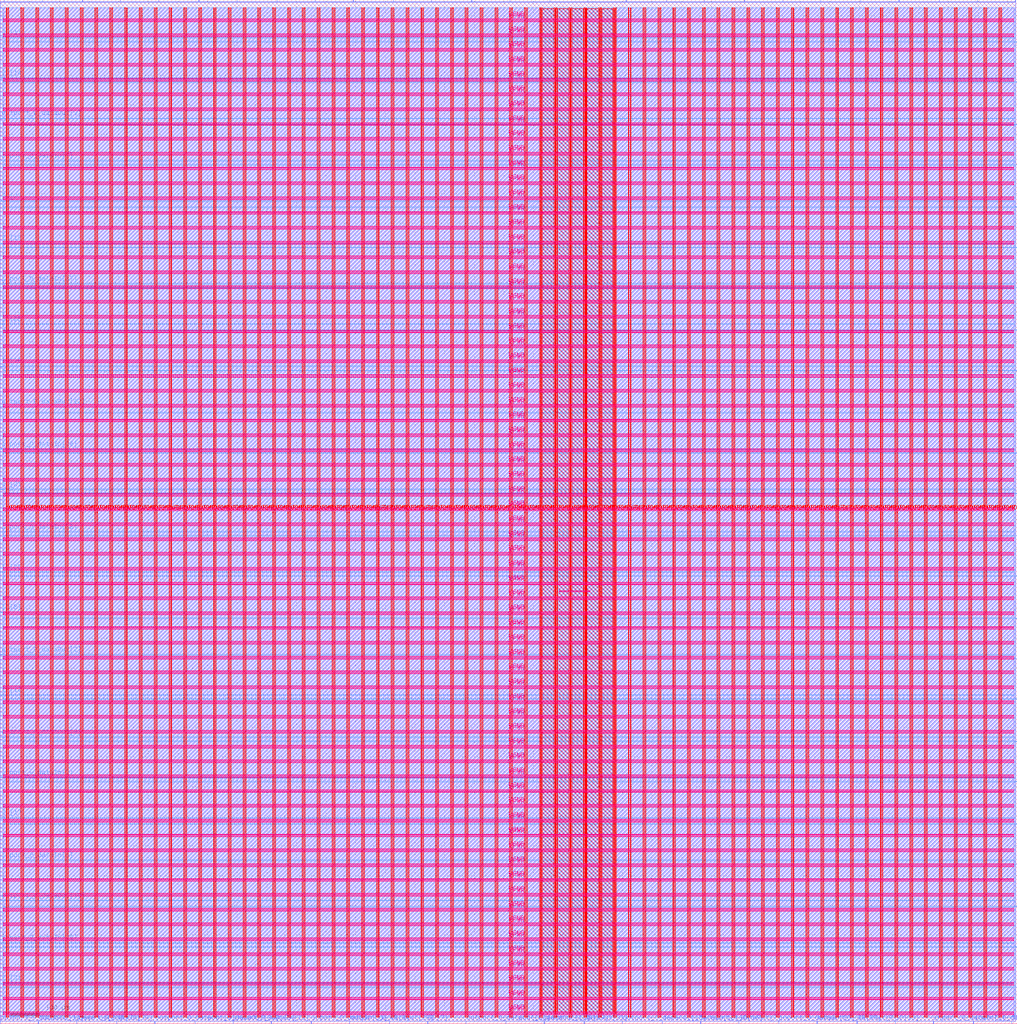
<source format=lef>
VERSION 5.7 ;
  NOWIREEXTENSIONATPIN ON ;
  DIVIDERCHAR "/" ;
  BUSBITCHARS "[]" ;
MACRO PEn
  CLASS BLOCK ;
  FOREIGN PEn ;
  ORIGIN 0.000 0.000 ;
  SIZE 1716.180 BY 1726.900 ;
  PIN CLK
    DIRECTION INPUT ;
    USE SIGNAL ;
    PORT
      LAYER met3 ;
        RECT 1712.180 268.640 1716.180 269.240 ;
    END
  END CLK
  PIN ID[0]
    DIRECTION INPUT ;
    USE SIGNAL ;
    PORT
      LAYER met3 ;
        RECT 1712.180 1448.440 1716.180 1449.040 ;
    END
  END ID[0]
  PIN ID[10]
    DIRECTION INPUT ;
    USE SIGNAL ;
    PORT
      LAYER met2 ;
        RECT 991.850 1722.900 992.130 1726.900 ;
    END
  END ID[10]
  PIN ID[11]
    DIRECTION INPUT ;
    USE SIGNAL ;
    PORT
      LAYER met3 ;
        RECT 1712.180 1655.840 1716.180 1656.440 ;
    END
  END ID[11]
  PIN ID[12]
    DIRECTION INPUT ;
    USE SIGNAL ;
    PORT
      LAYER met3 ;
        RECT 0.000 554.240 4.000 554.840 ;
    END
  END ID[12]
  PIN ID[13]
    DIRECTION INPUT ;
    USE SIGNAL ;
    PORT
      LAYER met2 ;
        RECT 1510.270 0.000 1510.550 4.000 ;
    END
  END ID[13]
  PIN ID[14]
    DIRECTION INPUT ;
    USE SIGNAL ;
    PORT
      LAYER met3 ;
        RECT 0.000 1594.640 4.000 1595.240 ;
    END
  END ID[14]
  PIN ID[15]
    DIRECTION INPUT ;
    USE SIGNAL ;
    PORT
      LAYER met2 ;
        RECT 1648.730 1722.900 1649.010 1726.900 ;
    END
  END ID[15]
  PIN ID[16]
    DIRECTION INPUT ;
    USE SIGNAL ;
    PORT
      LAYER met2 ;
        RECT 1246.230 0.000 1246.510 4.000 ;
    END
  END ID[16]
  PIN ID[17]
    DIRECTION INPUT ;
    USE SIGNAL ;
    PORT
      LAYER met3 ;
        RECT 0.000 346.840 4.000 347.440 ;
    END
  END ID[17]
  PIN ID[18]
    DIRECTION INPUT ;
    USE SIGNAL ;
    PORT
      LAYER met3 ;
        RECT 0.000 1315.840 4.000 1316.440 ;
    END
  END ID[18]
  PIN ID[19]
    DIRECTION INPUT ;
    USE SIGNAL ;
    PORT
      LAYER met2 ;
        RECT 457.330 0.000 457.610 4.000 ;
    END
  END ID[19]
  PIN ID[1]
    DIRECTION INPUT ;
    USE SIGNAL ;
    PORT
      LAYER met3 ;
        RECT 0.000 1662.640 4.000 1663.240 ;
    END
  END ID[1]
  PIN ID[20]
    DIRECTION INPUT ;
    USE SIGNAL ;
    PORT
      LAYER met2 ;
        RECT 196.510 0.000 196.790 4.000 ;
    END
  END ID[20]
  PIN ID[21]
    DIRECTION INPUT ;
    USE SIGNAL ;
    PORT
      LAYER met3 ;
        RECT 0.000 901.040 4.000 901.640 ;
    END
  END ID[21]
  PIN ID[22]
    DIRECTION INPUT ;
    USE SIGNAL ;
    PORT
      LAYER met3 ;
        RECT 0.000 761.640 4.000 762.240 ;
    END
  END ID[22]
  PIN ID[23]
    DIRECTION INPUT ;
    USE SIGNAL ;
    PORT
      LAYER met3 ;
        RECT 1712.180 1241.040 1716.180 1241.640 ;
    END
  END ID[23]
  PIN ID[24]
    DIRECTION INPUT ;
    USE SIGNAL ;
    PORT
      LAYER met2 ;
        RECT 795.430 1722.900 795.710 1726.900 ;
    END
  END ID[24]
  PIN ID[25]
    DIRECTION INPUT ;
    USE SIGNAL ;
    PORT
      LAYER met2 ;
        RECT 1445.870 0.000 1446.150 4.000 ;
    END
  END ID[25]
  PIN ID[26]
    DIRECTION INPUT ;
    USE SIGNAL ;
    PORT
      LAYER met3 ;
        RECT 0.000 1108.440 4.000 1109.040 ;
    END
  END ID[26]
  PIN ID[27]
    DIRECTION INPUT ;
    USE SIGNAL ;
    PORT
      LAYER met3 ;
        RECT 0.000 1387.240 4.000 1387.840 ;
    END
  END ID[27]
  PIN ID[28]
    DIRECTION INPUT ;
    USE SIGNAL ;
    PORT
      LAYER met3 ;
        RECT 0.000 1179.840 4.000 1180.440 ;
    END
  END ID[28]
  PIN ID[29]
    DIRECTION INPUT ;
    USE SIGNAL ;
    PORT
      LAYER met2 ;
        RECT 985.410 0.000 985.690 4.000 ;
    END
  END ID[29]
  PIN ID[2]
    DIRECTION INPUT ;
    USE SIGNAL ;
    PORT
      LAYER met2 ;
        RECT 656.970 0.000 657.250 4.000 ;
    END
  END ID[2]
  PIN ID[30]
    DIRECTION INPUT ;
    USE SIGNAL ;
    PORT
      LAYER met2 ;
        RECT 1706.690 0.000 1706.970 4.000 ;
    END
  END ID[30]
  PIN ID[31]
    DIRECTION INPUT ;
    USE SIGNAL ;
    PORT
      LAYER met3 ;
        RECT 0.000 68.040 4.000 68.640 ;
    END
  END ID[31]
  PIN ID[3]
    DIRECTION INPUT ;
    USE SIGNAL ;
    PORT
      LAYER met3 ;
        RECT 1712.180 894.240 1716.180 894.840 ;
    END
  END ID[3]
  PIN ID[4]
    DIRECTION INPUT ;
    USE SIGNAL ;
    PORT
      LAYER met2 ;
        RECT 1056.250 1722.900 1056.530 1726.900 ;
    END
  END ID[4]
  PIN ID[5]
    DIRECTION INPUT ;
    USE SIGNAL ;
    PORT
      LAYER met2 ;
        RECT 595.790 1722.900 596.070 1726.900 ;
    END
  END ID[5]
  PIN ID[6]
    DIRECTION INPUT ;
    USE SIGNAL ;
    PORT
      LAYER met3 ;
        RECT 1712.180 1587.840 1716.180 1588.440 ;
    END
  END ID[6]
  PIN ID[7]
    DIRECTION INPUT ;
    USE SIGNAL ;
    PORT
      LAYER met2 ;
        RECT 721.370 0.000 721.650 4.000 ;
    END
  END ID[7]
  PIN ID[8]
    DIRECTION INPUT ;
    USE SIGNAL ;
    PORT
      LAYER met3 ;
        RECT 0.000 693.640 4.000 694.240 ;
    END
  END ID[8]
  PIN ID[9]
    DIRECTION INPUT ;
    USE SIGNAL ;
    PORT
      LAYER met3 ;
        RECT 1712.180 1516.440 1716.180 1517.040 ;
    END
  END ID[9]
  PIN RST
    DIRECTION INPUT ;
    USE SIGNAL ;
    PORT
      LAYER met2 ;
        RECT 663.410 1722.900 663.690 1726.900 ;
    END
  END RST
  PIN VGND
    DIRECTION INOUT ;
    USE GROUND ;
    PORT
      LAYER met4 ;
        RECT 13.020 10.640 14.620 1713.840 ;
    END
    PORT
      LAYER met4 ;
        RECT 38.020 10.640 39.620 1713.840 ;
    END
    PORT
      LAYER met4 ;
        RECT 63.020 10.640 64.620 1713.840 ;
    END
    PORT
      LAYER met4 ;
        RECT 88.020 10.640 89.620 1713.840 ;
    END
    PORT
      LAYER met4 ;
        RECT 113.020 10.640 114.620 1713.840 ;
    END
    PORT
      LAYER met4 ;
        RECT 138.020 10.640 139.620 1713.840 ;
    END
    PORT
      LAYER met4 ;
        RECT 163.020 10.640 164.620 1713.840 ;
    END
    PORT
      LAYER met4 ;
        RECT 188.020 10.640 189.620 1713.840 ;
    END
    PORT
      LAYER met4 ;
        RECT 213.020 10.640 214.620 1713.840 ;
    END
    PORT
      LAYER met4 ;
        RECT 238.020 10.640 239.620 1713.840 ;
    END
    PORT
      LAYER met4 ;
        RECT 263.020 10.640 264.620 1713.840 ;
    END
    PORT
      LAYER met4 ;
        RECT 288.020 10.640 289.620 1713.840 ;
    END
    PORT
      LAYER met4 ;
        RECT 313.020 10.640 314.620 1713.840 ;
    END
    PORT
      LAYER met4 ;
        RECT 338.020 10.640 339.620 1713.840 ;
    END
    PORT
      LAYER met4 ;
        RECT 363.020 10.640 364.620 1713.840 ;
    END
    PORT
      LAYER met4 ;
        RECT 388.020 10.640 389.620 1713.840 ;
    END
    PORT
      LAYER met4 ;
        RECT 413.020 10.640 414.620 1713.840 ;
    END
    PORT
      LAYER met4 ;
        RECT 438.020 10.640 439.620 1713.840 ;
    END
    PORT
      LAYER met4 ;
        RECT 463.020 10.640 464.620 1713.840 ;
    END
    PORT
      LAYER met4 ;
        RECT 488.020 10.640 489.620 1713.840 ;
    END
    PORT
      LAYER met4 ;
        RECT 513.020 10.640 514.620 1713.840 ;
    END
    PORT
      LAYER met4 ;
        RECT 538.020 10.640 539.620 1713.840 ;
    END
    PORT
      LAYER met4 ;
        RECT 563.020 10.640 564.620 1713.840 ;
    END
    PORT
      LAYER met4 ;
        RECT 588.020 10.640 589.620 1713.840 ;
    END
    PORT
      LAYER met4 ;
        RECT 613.020 10.640 614.620 1713.840 ;
    END
    PORT
      LAYER met4 ;
        RECT 638.020 10.640 639.620 1713.840 ;
    END
    PORT
      LAYER met4 ;
        RECT 663.020 10.640 664.620 1713.840 ;
    END
    PORT
      LAYER met4 ;
        RECT 688.020 10.640 689.620 1713.840 ;
    END
    PORT
      LAYER met4 ;
        RECT 713.020 10.640 714.620 1713.840 ;
    END
    PORT
      LAYER met4 ;
        RECT 738.020 10.640 739.620 1713.840 ;
    END
    PORT
      LAYER met4 ;
        RECT 763.020 10.640 764.620 1713.840 ;
    END
    PORT
      LAYER met4 ;
        RECT 788.020 10.640 789.620 1713.840 ;
    END
    PORT
      LAYER met4 ;
        RECT 813.020 10.640 814.620 1713.840 ;
    END
    PORT
      LAYER met4 ;
        RECT 838.020 10.640 839.620 1713.840 ;
    END
    PORT
      LAYER met4 ;
        RECT 863.020 10.640 864.620 1713.840 ;
    END
    PORT
      LAYER met4 ;
        RECT 888.020 10.640 889.620 1713.840 ;
    END
    PORT
      LAYER met4 ;
        RECT 913.020 10.640 914.620 1713.840 ;
    END
    PORT
      LAYER met4 ;
        RECT 938.020 10.640 939.620 1713.840 ;
    END
    PORT
      LAYER met4 ;
        RECT 963.020 10.640 964.620 1713.840 ;
    END
    PORT
      LAYER met4 ;
        RECT 988.020 10.640 989.620 1713.840 ;
    END
    PORT
      LAYER met4 ;
        RECT 1013.020 10.640 1014.620 1713.840 ;
    END
    PORT
      LAYER met4 ;
        RECT 1038.020 10.640 1039.620 1713.840 ;
    END
    PORT
      LAYER met4 ;
        RECT 1063.020 10.640 1064.620 1713.840 ;
    END
    PORT
      LAYER met4 ;
        RECT 1088.020 10.640 1089.620 1713.840 ;
    END
    PORT
      LAYER met4 ;
        RECT 1113.020 10.640 1114.620 1713.840 ;
    END
    PORT
      LAYER met4 ;
        RECT 1138.020 10.640 1139.620 1713.840 ;
    END
    PORT
      LAYER met4 ;
        RECT 1163.020 10.640 1164.620 1713.840 ;
    END
    PORT
      LAYER met4 ;
        RECT 1188.020 10.640 1189.620 1713.840 ;
    END
    PORT
      LAYER met4 ;
        RECT 1213.020 10.640 1214.620 1713.840 ;
    END
    PORT
      LAYER met4 ;
        RECT 1238.020 10.640 1239.620 1713.840 ;
    END
    PORT
      LAYER met4 ;
        RECT 1263.020 10.640 1264.620 1713.840 ;
    END
    PORT
      LAYER met4 ;
        RECT 1288.020 10.640 1289.620 1713.840 ;
    END
    PORT
      LAYER met4 ;
        RECT 1313.020 10.640 1314.620 1713.840 ;
    END
    PORT
      LAYER met4 ;
        RECT 1338.020 10.640 1339.620 1713.840 ;
    END
    PORT
      LAYER met4 ;
        RECT 1363.020 10.640 1364.620 1713.840 ;
    END
    PORT
      LAYER met4 ;
        RECT 1388.020 10.640 1389.620 1713.840 ;
    END
    PORT
      LAYER met4 ;
        RECT 1413.020 10.640 1414.620 1713.840 ;
    END
    PORT
      LAYER met4 ;
        RECT 1438.020 10.640 1439.620 1713.840 ;
    END
    PORT
      LAYER met4 ;
        RECT 1463.020 10.640 1464.620 1713.840 ;
    END
    PORT
      LAYER met4 ;
        RECT 1488.020 10.640 1489.620 1713.840 ;
    END
    PORT
      LAYER met4 ;
        RECT 1513.020 10.640 1514.620 1713.840 ;
    END
    PORT
      LAYER met4 ;
        RECT 1538.020 10.640 1539.620 1713.840 ;
    END
    PORT
      LAYER met4 ;
        RECT 1563.020 10.640 1564.620 1713.840 ;
    END
    PORT
      LAYER met4 ;
        RECT 1588.020 10.640 1589.620 1713.840 ;
    END
    PORT
      LAYER met4 ;
        RECT 1613.020 10.640 1614.620 1713.840 ;
    END
    PORT
      LAYER met4 ;
        RECT 1638.020 10.640 1639.620 1713.840 ;
    END
    PORT
      LAYER met4 ;
        RECT 1663.020 10.640 1664.620 1713.840 ;
    END
    PORT
      LAYER met4 ;
        RECT 1688.020 10.640 1689.620 1713.840 ;
    END
    PORT
      LAYER met5 ;
        RECT 5.280 18.380 1710.520 19.980 ;
    END
    PORT
      LAYER met5 ;
        RECT 5.280 43.380 1710.520 44.980 ;
    END
    PORT
      LAYER met5 ;
        RECT 5.280 68.380 1710.520 69.980 ;
    END
    PORT
      LAYER met5 ;
        RECT 5.280 93.380 1710.520 94.980 ;
    END
    PORT
      LAYER met5 ;
        RECT 5.280 118.380 1710.520 119.980 ;
    END
    PORT
      LAYER met5 ;
        RECT 5.280 143.380 1710.520 144.980 ;
    END
    PORT
      LAYER met5 ;
        RECT 5.280 168.380 1710.520 169.980 ;
    END
    PORT
      LAYER met5 ;
        RECT 5.280 193.380 1710.520 194.980 ;
    END
    PORT
      LAYER met5 ;
        RECT 5.280 218.380 1710.520 219.980 ;
    END
    PORT
      LAYER met5 ;
        RECT 5.280 243.380 1710.520 244.980 ;
    END
    PORT
      LAYER met5 ;
        RECT 5.280 268.380 1710.520 269.980 ;
    END
    PORT
      LAYER met5 ;
        RECT 5.280 293.380 1710.520 294.980 ;
    END
    PORT
      LAYER met5 ;
        RECT 5.280 318.380 1710.520 319.980 ;
    END
    PORT
      LAYER met5 ;
        RECT 5.280 343.380 1710.520 344.980 ;
    END
    PORT
      LAYER met5 ;
        RECT 5.280 368.380 1710.520 369.980 ;
    END
    PORT
      LAYER met5 ;
        RECT 5.280 393.380 1710.520 394.980 ;
    END
    PORT
      LAYER met5 ;
        RECT 5.280 418.380 1710.520 419.980 ;
    END
    PORT
      LAYER met5 ;
        RECT 5.280 443.380 1710.520 444.980 ;
    END
    PORT
      LAYER met5 ;
        RECT 5.280 468.380 1710.520 469.980 ;
    END
    PORT
      LAYER met5 ;
        RECT 5.280 493.380 1710.520 494.980 ;
    END
    PORT
      LAYER met5 ;
        RECT 5.280 518.380 1710.520 519.980 ;
    END
    PORT
      LAYER met5 ;
        RECT 5.280 543.380 1710.520 544.980 ;
    END
    PORT
      LAYER met5 ;
        RECT 5.280 568.380 1710.520 569.980 ;
    END
    PORT
      LAYER met5 ;
        RECT 5.280 593.380 1710.520 594.980 ;
    END
    PORT
      LAYER met5 ;
        RECT 5.280 618.380 1710.520 619.980 ;
    END
    PORT
      LAYER met5 ;
        RECT 5.280 643.380 1710.520 644.980 ;
    END
    PORT
      LAYER met5 ;
        RECT 5.280 668.380 1710.520 669.980 ;
    END
    PORT
      LAYER met5 ;
        RECT 5.280 693.380 1710.520 694.980 ;
    END
    PORT
      LAYER met5 ;
        RECT 5.280 718.380 1710.520 719.980 ;
    END
    PORT
      LAYER met5 ;
        RECT 5.280 743.380 1710.520 744.980 ;
    END
    PORT
      LAYER met5 ;
        RECT 5.280 768.380 1710.520 769.980 ;
    END
    PORT
      LAYER met5 ;
        RECT 5.280 793.380 1710.520 794.980 ;
    END
    PORT
      LAYER met5 ;
        RECT 5.280 818.380 1710.520 819.980 ;
    END
    PORT
      LAYER met5 ;
        RECT 5.280 843.380 1710.520 844.980 ;
    END
    PORT
      LAYER met5 ;
        RECT 5.280 868.380 1710.520 869.980 ;
    END
    PORT
      LAYER met5 ;
        RECT 5.280 893.380 1710.520 894.980 ;
    END
    PORT
      LAYER met5 ;
        RECT 5.280 918.380 1710.520 919.980 ;
    END
    PORT
      LAYER met5 ;
        RECT 5.280 943.380 1710.520 944.980 ;
    END
    PORT
      LAYER met5 ;
        RECT 5.280 968.380 1710.520 969.980 ;
    END
    PORT
      LAYER met5 ;
        RECT 5.280 993.380 1710.520 994.980 ;
    END
    PORT
      LAYER met5 ;
        RECT 5.280 1018.380 1710.520 1019.980 ;
    END
    PORT
      LAYER met5 ;
        RECT 5.280 1043.380 1710.520 1044.980 ;
    END
    PORT
      LAYER met5 ;
        RECT 5.280 1068.380 1710.520 1069.980 ;
    END
    PORT
      LAYER met5 ;
        RECT 5.280 1093.380 1710.520 1094.980 ;
    END
    PORT
      LAYER met5 ;
        RECT 5.280 1118.380 1710.520 1119.980 ;
    END
    PORT
      LAYER met5 ;
        RECT 5.280 1143.380 1710.520 1144.980 ;
    END
    PORT
      LAYER met5 ;
        RECT 5.280 1168.380 1710.520 1169.980 ;
    END
    PORT
      LAYER met5 ;
        RECT 5.280 1193.380 1710.520 1194.980 ;
    END
    PORT
      LAYER met5 ;
        RECT 5.280 1218.380 1710.520 1219.980 ;
    END
    PORT
      LAYER met5 ;
        RECT 5.280 1243.380 1710.520 1244.980 ;
    END
    PORT
      LAYER met5 ;
        RECT 5.280 1268.380 1710.520 1269.980 ;
    END
    PORT
      LAYER met5 ;
        RECT 5.280 1293.380 1710.520 1294.980 ;
    END
    PORT
      LAYER met5 ;
        RECT 5.280 1318.380 1710.520 1319.980 ;
    END
    PORT
      LAYER met5 ;
        RECT 5.280 1343.380 1710.520 1344.980 ;
    END
    PORT
      LAYER met5 ;
        RECT 5.280 1368.380 1710.520 1369.980 ;
    END
    PORT
      LAYER met5 ;
        RECT 5.280 1393.380 1710.520 1394.980 ;
    END
    PORT
      LAYER met5 ;
        RECT 5.280 1418.380 1710.520 1419.980 ;
    END
    PORT
      LAYER met5 ;
        RECT 5.280 1443.380 1710.520 1444.980 ;
    END
    PORT
      LAYER met5 ;
        RECT 5.280 1468.380 1710.520 1469.980 ;
    END
    PORT
      LAYER met5 ;
        RECT 5.280 1493.380 1710.520 1494.980 ;
    END
    PORT
      LAYER met5 ;
        RECT 5.280 1518.380 1710.520 1519.980 ;
    END
    PORT
      LAYER met5 ;
        RECT 5.280 1543.380 1710.520 1544.980 ;
    END
    PORT
      LAYER met5 ;
        RECT 5.280 1568.380 1710.520 1569.980 ;
    END
    PORT
      LAYER met5 ;
        RECT 5.280 1593.380 1710.520 1594.980 ;
    END
    PORT
      LAYER met5 ;
        RECT 5.280 1618.380 1710.520 1619.980 ;
    END
    PORT
      LAYER met5 ;
        RECT 5.280 1643.380 1710.520 1644.980 ;
    END
    PORT
      LAYER met5 ;
        RECT 5.280 1668.380 1710.520 1669.980 ;
    END
    PORT
      LAYER met5 ;
        RECT 5.280 1693.380 1710.520 1694.980 ;
    END
  END VGND
  PIN VPWR
    DIRECTION INOUT ;
    USE POWER ;
    PORT
      LAYER met4 ;
        RECT 9.720 10.640 11.320 1713.840 ;
    END
    PORT
      LAYER met4 ;
        RECT 34.720 10.640 36.320 1713.840 ;
    END
    PORT
      LAYER met4 ;
        RECT 59.720 10.640 61.320 1713.840 ;
    END
    PORT
      LAYER met4 ;
        RECT 84.720 10.640 86.320 1713.840 ;
    END
    PORT
      LAYER met4 ;
        RECT 109.720 10.640 111.320 1713.840 ;
    END
    PORT
      LAYER met4 ;
        RECT 134.720 10.640 136.320 1713.840 ;
    END
    PORT
      LAYER met4 ;
        RECT 159.720 10.640 161.320 1713.840 ;
    END
    PORT
      LAYER met4 ;
        RECT 184.720 10.640 186.320 1713.840 ;
    END
    PORT
      LAYER met4 ;
        RECT 209.720 10.640 211.320 1713.840 ;
    END
    PORT
      LAYER met4 ;
        RECT 234.720 10.640 236.320 1713.840 ;
    END
    PORT
      LAYER met4 ;
        RECT 259.720 10.640 261.320 1713.840 ;
    END
    PORT
      LAYER met4 ;
        RECT 284.720 10.640 286.320 1713.840 ;
    END
    PORT
      LAYER met4 ;
        RECT 309.720 10.640 311.320 1713.840 ;
    END
    PORT
      LAYER met4 ;
        RECT 334.720 10.640 336.320 1713.840 ;
    END
    PORT
      LAYER met4 ;
        RECT 359.720 10.640 361.320 1713.840 ;
    END
    PORT
      LAYER met4 ;
        RECT 384.720 10.640 386.320 1713.840 ;
    END
    PORT
      LAYER met4 ;
        RECT 409.720 10.640 411.320 1713.840 ;
    END
    PORT
      LAYER met4 ;
        RECT 434.720 10.640 436.320 1713.840 ;
    END
    PORT
      LAYER met4 ;
        RECT 459.720 10.640 461.320 1713.840 ;
    END
    PORT
      LAYER met4 ;
        RECT 484.720 10.640 486.320 1713.840 ;
    END
    PORT
      LAYER met4 ;
        RECT 509.720 10.640 511.320 1713.840 ;
    END
    PORT
      LAYER met4 ;
        RECT 534.720 10.640 536.320 1713.840 ;
    END
    PORT
      LAYER met4 ;
        RECT 559.720 10.640 561.320 1713.840 ;
    END
    PORT
      LAYER met4 ;
        RECT 584.720 10.640 586.320 1713.840 ;
    END
    PORT
      LAYER met4 ;
        RECT 609.720 10.640 611.320 1713.840 ;
    END
    PORT
      LAYER met4 ;
        RECT 634.720 10.640 636.320 1713.840 ;
    END
    PORT
      LAYER met4 ;
        RECT 659.720 10.640 661.320 1713.840 ;
    END
    PORT
      LAYER met4 ;
        RECT 684.720 10.640 686.320 1713.840 ;
    END
    PORT
      LAYER met4 ;
        RECT 709.720 10.640 711.320 1713.840 ;
    END
    PORT
      LAYER met4 ;
        RECT 734.720 10.640 736.320 1713.840 ;
    END
    PORT
      LAYER met4 ;
        RECT 759.720 10.640 761.320 1713.840 ;
    END
    PORT
      LAYER met4 ;
        RECT 784.720 10.640 786.320 1713.840 ;
    END
    PORT
      LAYER met4 ;
        RECT 809.720 10.640 811.320 1713.840 ;
    END
    PORT
      LAYER met4 ;
        RECT 834.720 10.640 836.320 1713.840 ;
    END
    PORT
      LAYER met4 ;
        RECT 859.720 10.640 861.320 1713.840 ;
    END
    PORT
      LAYER met4 ;
        RECT 884.720 10.640 886.320 1713.840 ;
    END
    PORT
      LAYER met4 ;
        RECT 909.720 10.640 911.320 1713.840 ;
    END
    PORT
      LAYER met4 ;
        RECT 934.720 10.640 936.320 1713.840 ;
    END
    PORT
      LAYER met4 ;
        RECT 959.720 10.640 961.320 1713.840 ;
    END
    PORT
      LAYER met4 ;
        RECT 984.720 10.640 986.320 1713.840 ;
    END
    PORT
      LAYER met4 ;
        RECT 1009.720 10.640 1011.320 1713.840 ;
    END
    PORT
      LAYER met4 ;
        RECT 1034.720 10.640 1036.320 1713.840 ;
    END
    PORT
      LAYER met4 ;
        RECT 1059.720 10.640 1061.320 1713.840 ;
    END
    PORT
      LAYER met4 ;
        RECT 1084.720 10.640 1086.320 1713.840 ;
    END
    PORT
      LAYER met4 ;
        RECT 1109.720 10.640 1111.320 1713.840 ;
    END
    PORT
      LAYER met4 ;
        RECT 1134.720 10.640 1136.320 1713.840 ;
    END
    PORT
      LAYER met4 ;
        RECT 1159.720 10.640 1161.320 1713.840 ;
    END
    PORT
      LAYER met4 ;
        RECT 1184.720 10.640 1186.320 1713.840 ;
    END
    PORT
      LAYER met4 ;
        RECT 1209.720 10.640 1211.320 1713.840 ;
    END
    PORT
      LAYER met4 ;
        RECT 1234.720 10.640 1236.320 1713.840 ;
    END
    PORT
      LAYER met4 ;
        RECT 1259.720 10.640 1261.320 1713.840 ;
    END
    PORT
      LAYER met4 ;
        RECT 1284.720 10.640 1286.320 1713.840 ;
    END
    PORT
      LAYER met4 ;
        RECT 1309.720 10.640 1311.320 1713.840 ;
    END
    PORT
      LAYER met4 ;
        RECT 1334.720 10.640 1336.320 1713.840 ;
    END
    PORT
      LAYER met4 ;
        RECT 1359.720 10.640 1361.320 1713.840 ;
    END
    PORT
      LAYER met4 ;
        RECT 1384.720 10.640 1386.320 1713.840 ;
    END
    PORT
      LAYER met4 ;
        RECT 1409.720 10.640 1411.320 1713.840 ;
    END
    PORT
      LAYER met4 ;
        RECT 1434.720 10.640 1436.320 1713.840 ;
    END
    PORT
      LAYER met4 ;
        RECT 1459.720 10.640 1461.320 1713.840 ;
    END
    PORT
      LAYER met4 ;
        RECT 1484.720 10.640 1486.320 1713.840 ;
    END
    PORT
      LAYER met4 ;
        RECT 1509.720 10.640 1511.320 1713.840 ;
    END
    PORT
      LAYER met4 ;
        RECT 1534.720 10.640 1536.320 1713.840 ;
    END
    PORT
      LAYER met4 ;
        RECT 1559.720 10.640 1561.320 1713.840 ;
    END
    PORT
      LAYER met4 ;
        RECT 1584.720 10.640 1586.320 1713.840 ;
    END
    PORT
      LAYER met4 ;
        RECT 1609.720 10.640 1611.320 1713.840 ;
    END
    PORT
      LAYER met4 ;
        RECT 1634.720 10.640 1636.320 1713.840 ;
    END
    PORT
      LAYER met4 ;
        RECT 1659.720 10.640 1661.320 1713.840 ;
    END
    PORT
      LAYER met4 ;
        RECT 1684.720 10.640 1686.320 1713.840 ;
    END
    PORT
      LAYER met5 ;
        RECT 5.280 15.080 1710.520 16.680 ;
    END
    PORT
      LAYER met5 ;
        RECT 5.280 40.080 1710.520 41.680 ;
    END
    PORT
      LAYER met5 ;
        RECT 5.280 65.080 1710.520 66.680 ;
    END
    PORT
      LAYER met5 ;
        RECT 5.280 90.080 1710.520 91.680 ;
    END
    PORT
      LAYER met5 ;
        RECT 5.280 115.080 1710.520 116.680 ;
    END
    PORT
      LAYER met5 ;
        RECT 5.280 140.080 1710.520 141.680 ;
    END
    PORT
      LAYER met5 ;
        RECT 5.280 165.080 1710.520 166.680 ;
    END
    PORT
      LAYER met5 ;
        RECT 5.280 190.080 1710.520 191.680 ;
    END
    PORT
      LAYER met5 ;
        RECT 5.280 215.080 1710.520 216.680 ;
    END
    PORT
      LAYER met5 ;
        RECT 5.280 240.080 1710.520 241.680 ;
    END
    PORT
      LAYER met5 ;
        RECT 5.280 265.080 1710.520 266.680 ;
    END
    PORT
      LAYER met5 ;
        RECT 5.280 290.080 1710.520 291.680 ;
    END
    PORT
      LAYER met5 ;
        RECT 5.280 315.080 1710.520 316.680 ;
    END
    PORT
      LAYER met5 ;
        RECT 5.280 340.080 1710.520 341.680 ;
    END
    PORT
      LAYER met5 ;
        RECT 5.280 365.080 1710.520 366.680 ;
    END
    PORT
      LAYER met5 ;
        RECT 5.280 390.080 1710.520 391.680 ;
    END
    PORT
      LAYER met5 ;
        RECT 5.280 415.080 1710.520 416.680 ;
    END
    PORT
      LAYER met5 ;
        RECT 5.280 440.080 1710.520 441.680 ;
    END
    PORT
      LAYER met5 ;
        RECT 5.280 465.080 1710.520 466.680 ;
    END
    PORT
      LAYER met5 ;
        RECT 5.280 490.080 1710.520 491.680 ;
    END
    PORT
      LAYER met5 ;
        RECT 5.280 515.080 1710.520 516.680 ;
    END
    PORT
      LAYER met5 ;
        RECT 5.280 540.080 1710.520 541.680 ;
    END
    PORT
      LAYER met5 ;
        RECT 5.280 565.080 1710.520 566.680 ;
    END
    PORT
      LAYER met5 ;
        RECT 5.280 590.080 1710.520 591.680 ;
    END
    PORT
      LAYER met5 ;
        RECT 5.280 615.080 1710.520 616.680 ;
    END
    PORT
      LAYER met5 ;
        RECT 5.280 640.080 1710.520 641.680 ;
    END
    PORT
      LAYER met5 ;
        RECT 5.280 665.080 1710.520 666.680 ;
    END
    PORT
      LAYER met5 ;
        RECT 5.280 690.080 1710.520 691.680 ;
    END
    PORT
      LAYER met5 ;
        RECT 5.280 715.080 1710.520 716.680 ;
    END
    PORT
      LAYER met5 ;
        RECT 5.280 740.080 1710.520 741.680 ;
    END
    PORT
      LAYER met5 ;
        RECT 5.280 765.080 1710.520 766.680 ;
    END
    PORT
      LAYER met5 ;
        RECT 5.280 790.080 1710.520 791.680 ;
    END
    PORT
      LAYER met5 ;
        RECT 5.280 815.080 1710.520 816.680 ;
    END
    PORT
      LAYER met5 ;
        RECT 5.280 840.080 1710.520 841.680 ;
    END
    PORT
      LAYER met5 ;
        RECT 5.280 865.080 1710.520 866.680 ;
    END
    PORT
      LAYER met5 ;
        RECT 5.280 890.080 1710.520 891.680 ;
    END
    PORT
      LAYER met5 ;
        RECT 5.280 915.080 1710.520 916.680 ;
    END
    PORT
      LAYER met5 ;
        RECT 5.280 940.080 1710.520 941.680 ;
    END
    PORT
      LAYER met5 ;
        RECT 5.280 965.080 1710.520 966.680 ;
    END
    PORT
      LAYER met5 ;
        RECT 5.280 990.080 1710.520 991.680 ;
    END
    PORT
      LAYER met5 ;
        RECT 5.280 1015.080 1710.520 1016.680 ;
    END
    PORT
      LAYER met5 ;
        RECT 5.280 1040.080 1710.520 1041.680 ;
    END
    PORT
      LAYER met5 ;
        RECT 5.280 1065.080 1710.520 1066.680 ;
    END
    PORT
      LAYER met5 ;
        RECT 5.280 1090.080 1710.520 1091.680 ;
    END
    PORT
      LAYER met5 ;
        RECT 5.280 1115.080 1710.520 1116.680 ;
    END
    PORT
      LAYER met5 ;
        RECT 5.280 1140.080 1710.520 1141.680 ;
    END
    PORT
      LAYER met5 ;
        RECT 5.280 1165.080 1710.520 1166.680 ;
    END
    PORT
      LAYER met5 ;
        RECT 5.280 1190.080 1710.520 1191.680 ;
    END
    PORT
      LAYER met5 ;
        RECT 5.280 1215.080 1710.520 1216.680 ;
    END
    PORT
      LAYER met5 ;
        RECT 5.280 1240.080 1710.520 1241.680 ;
    END
    PORT
      LAYER met5 ;
        RECT 5.280 1265.080 1710.520 1266.680 ;
    END
    PORT
      LAYER met5 ;
        RECT 5.280 1290.080 1710.520 1291.680 ;
    END
    PORT
      LAYER met5 ;
        RECT 5.280 1315.080 1710.520 1316.680 ;
    END
    PORT
      LAYER met5 ;
        RECT 5.280 1340.080 1710.520 1341.680 ;
    END
    PORT
      LAYER met5 ;
        RECT 5.280 1365.080 1710.520 1366.680 ;
    END
    PORT
      LAYER met5 ;
        RECT 5.280 1390.080 1710.520 1391.680 ;
    END
    PORT
      LAYER met5 ;
        RECT 5.280 1415.080 1710.520 1416.680 ;
    END
    PORT
      LAYER met5 ;
        RECT 5.280 1440.080 1710.520 1441.680 ;
    END
    PORT
      LAYER met5 ;
        RECT 5.280 1465.080 1710.520 1466.680 ;
    END
    PORT
      LAYER met5 ;
        RECT 5.280 1490.080 1710.520 1491.680 ;
    END
    PORT
      LAYER met5 ;
        RECT 5.280 1515.080 1710.520 1516.680 ;
    END
    PORT
      LAYER met5 ;
        RECT 5.280 1540.080 1710.520 1541.680 ;
    END
    PORT
      LAYER met5 ;
        RECT 5.280 1565.080 1710.520 1566.680 ;
    END
    PORT
      LAYER met5 ;
        RECT 5.280 1590.080 1710.520 1591.680 ;
    END
    PORT
      LAYER met5 ;
        RECT 5.280 1615.080 1710.520 1616.680 ;
    END
    PORT
      LAYER met5 ;
        RECT 5.280 1640.080 1710.520 1641.680 ;
    END
    PORT
      LAYER met5 ;
        RECT 5.280 1665.080 1710.520 1666.680 ;
    END
    PORT
      LAYER met5 ;
        RECT 5.280 1690.080 1710.520 1691.680 ;
    END
  END VPWR
  PIN inport_0_dataDeq
    DIRECTION OUTPUT TRISTATE ;
    USE SIGNAL ;
    PORT
      LAYER met3 ;
        RECT 1712.180 408.040 1716.180 408.640 ;
    END
  END inport_0_dataDeq
  PIN inport_0_dataIn[0]
    DIRECTION INPUT ;
    USE SIGNAL ;
    PORT
      LAYER met3 ;
        RECT 1712.180 547.440 1716.180 548.040 ;
    END
  END inport_0_dataIn[0]
  PIN inport_0_dataIn[10]
    DIRECTION INPUT ;
    USE SIGNAL ;
    PORT
      LAYER met2 ;
        RECT 727.810 1722.900 728.090 1726.900 ;
    END
  END inport_0_dataIn[10]
  PIN inport_0_dataIn[11]
    DIRECTION INPUT ;
    USE SIGNAL ;
    PORT
      LAYER met2 ;
        RECT 466.990 1722.900 467.270 1726.900 ;
    END
  END inport_0_dataIn[11]
  PIN inport_0_dataIn[12]
    DIRECTION INPUT ;
    USE SIGNAL ;
    PORT
      LAYER met2 ;
        RECT 1117.430 0.000 1117.710 4.000 ;
    END
  END inport_0_dataIn[12]
  PIN inport_0_dataIn[13]
    DIRECTION INPUT ;
    USE SIGNAL ;
    PORT
      LAYER met2 ;
        RECT 392.930 0.000 393.210 4.000 ;
    END
  END inport_0_dataIn[13]
  PIN inport_0_dataIn[14]
    DIRECTION INPUT ;
    USE SIGNAL ;
    PORT
      LAYER met3 ;
        RECT 1712.180 1309.040 1716.180 1309.640 ;
    END
  END inport_0_dataIn[14]
  PIN inport_0_dataIn[15]
    DIRECTION INPUT ;
    USE SIGNAL ;
    PORT
      LAYER met2 ;
        RECT 1642.290 0.000 1642.570 4.000 ;
    END
  END inport_0_dataIn[15]
  PIN inport_0_dataIn[16]
    DIRECTION INPUT ;
    USE SIGNAL ;
    PORT
      LAYER met3 ;
        RECT 1712.180 683.440 1716.180 684.040 ;
    END
  END inport_0_dataIn[16]
  PIN inport_0_dataIn[17]
    DIRECTION INPUT ;
    USE SIGNAL ;
    PORT
      LAYER met2 ;
        RECT 1255.890 1722.900 1256.170 1726.900 ;
    END
  END inport_0_dataIn[17]
  PIN inport_0_dataIn[18]
    DIRECTION INPUT ;
    USE SIGNAL ;
    PORT
      LAYER met2 ;
        RECT 531.390 1722.900 531.670 1726.900 ;
    END
  END inport_0_dataIn[18]
  PIN inport_0_dataIn[19]
    DIRECTION INPUT ;
    USE SIGNAL ;
    PORT
      LAYER met3 ;
        RECT 1712.180 61.240 1716.180 61.840 ;
    END
  END inport_0_dataIn[19]
  PIN inport_0_dataIn[1]
    DIRECTION INPUT ;
    USE SIGNAL ;
    PORT
      LAYER met3 ;
        RECT 1712.180 1377.040 1716.180 1377.640 ;
    END
  END inport_0_dataIn[1]
  PIN inport_0_dataIn[20]
    DIRECTION INPUT ;
    USE SIGNAL ;
    PORT
      LAYER met2 ;
        RECT 1584.330 1722.900 1584.610 1726.900 ;
    END
  END inport_0_dataIn[20]
  PIN inport_0_dataIn[21]
    DIRECTION INPUT ;
    USE SIGNAL ;
    PORT
      LAYER met2 ;
        RECT 927.450 1722.900 927.730 1726.900 ;
    END
  END inport_0_dataIn[21]
  PIN inport_0_dataIn[22]
    DIRECTION INPUT ;
    USE SIGNAL ;
    PORT
      LAYER met3 ;
        RECT 0.000 829.640 4.000 830.240 ;
    END
  END inport_0_dataIn[22]
  PIN inport_0_dataIn[23]
    DIRECTION INPUT ;
    USE SIGNAL ;
    PORT
      LAYER met3 ;
        RECT 1712.180 336.640 1716.180 337.240 ;
    END
  END inport_0_dataIn[23]
  PIN inport_0_dataIn[24]
    DIRECTION INPUT ;
    USE SIGNAL ;
    PORT
      LAYER met3 ;
        RECT 0.000 969.040 4.000 969.640 ;
    END
  END inport_0_dataIn[24]
  PIN inport_0_dataIn[25]
    DIRECTION INPUT ;
    USE SIGNAL ;
    PORT
      LAYER met3 ;
        RECT 0.000 136.040 4.000 136.640 ;
    END
  END inport_0_dataIn[25]
  PIN inport_0_dataIn[26]
    DIRECTION INPUT ;
    USE SIGNAL ;
    PORT
      LAYER met2 ;
        RECT 1123.870 1722.900 1124.150 1726.900 ;
    END
  END inport_0_dataIn[26]
  PIN inport_0_dataIn[27]
    DIRECTION INPUT ;
    USE SIGNAL ;
    PORT
      LAYER met3 ;
        RECT 0.000 1247.840 4.000 1248.440 ;
    END
  END inport_0_dataIn[27]
  PIN inport_0_dataIn[28]
    DIRECTION INPUT ;
    USE SIGNAL ;
    PORT
      LAYER met2 ;
        RECT 1313.850 0.000 1314.130 4.000 ;
    END
  END inport_0_dataIn[28]
  PIN inport_0_dataIn[29]
    DIRECTION INPUT ;
    USE SIGNAL ;
    PORT
      LAYER met2 ;
        RECT 1452.310 1722.900 1452.590 1726.900 ;
    END
  END inport_0_dataIn[29]
  PIN inport_0_dataIn[2]
    DIRECTION INPUT ;
    USE SIGNAL ;
    PORT
      LAYER met3 ;
        RECT 0.000 414.840 4.000 415.440 ;
    END
  END inport_0_dataIn[2]
  PIN inport_0_dataIn[30]
    DIRECTION INPUT ;
    USE SIGNAL ;
    PORT
      LAYER met2 ;
        RECT 128.890 0.000 129.170 4.000 ;
    END
  END inport_0_dataIn[30]
  PIN inport_0_dataIn[31]
    DIRECTION INPUT ;
    USE SIGNAL ;
    PORT
      LAYER met2 ;
        RECT 524.950 0.000 525.230 4.000 ;
    END
  END inport_0_dataIn[31]
  PIN inport_0_dataIn[3]
    DIRECTION INPUT ;
    USE SIGNAL ;
    PORT
      LAYER met2 ;
        RECT 1574.670 0.000 1574.950 4.000 ;
    END
  END inport_0_dataIn[3]
  PIN inport_0_dataIn[4]
    DIRECTION INPUT ;
    USE SIGNAL ;
    PORT
      LAYER met3 ;
        RECT 1712.180 754.840 1716.180 755.440 ;
    END
  END inport_0_dataIn[4]
  PIN inport_0_dataIn[5]
    DIRECTION INPUT ;
    USE SIGNAL ;
    PORT
      LAYER met3 ;
        RECT 1712.180 476.040 1716.180 476.640 ;
    END
  END inport_0_dataIn[5]
  PIN inport_0_dataIn[6]
    DIRECTION INPUT ;
    USE SIGNAL ;
    PORT
      LAYER met3 ;
        RECT 0.000 275.440 4.000 276.040 ;
    END
  END inport_0_dataIn[6]
  PIN inport_0_dataIn[7]
    DIRECTION INPUT ;
    USE SIGNAL ;
    PORT
      LAYER met3 ;
        RECT 0.000 1455.240 4.000 1455.840 ;
    END
  END inport_0_dataIn[7]
  PIN inport_0_dataIn[8]
    DIRECTION INPUT ;
    USE SIGNAL ;
    PORT
      LAYER met3 ;
        RECT 1712.180 129.240 1716.180 129.840 ;
    END
  END inport_0_dataIn[8]
  PIN inport_0_dataIn[9]
    DIRECTION INPUT ;
    USE SIGNAL ;
    PORT
      LAYER met2 ;
        RECT 202.950 1722.900 203.230 1726.900 ;
    END
  END inport_0_dataIn[9]
  PIN inport_0_dataValid
    DIRECTION INPUT ;
    USE SIGNAL ;
    PORT
      LAYER met3 ;
        RECT 1712.180 615.440 1716.180 616.040 ;
    END
  END inport_0_dataValid
  PIN outport_0_dataDeq
    DIRECTION INPUT ;
    USE SIGNAL ;
    PORT
      LAYER met3 ;
        RECT 1712.180 1101.640 1716.180 1102.240 ;
    END
  END outport_0_dataDeq
  PIN outport_0_dataOut[0]
    DIRECTION OUTPUT TRISTATE ;
    USE SIGNAL ;
    PORT
      LAYER met2 ;
        RECT 1378.250 0.000 1378.530 4.000 ;
    END
  END outport_0_dataOut[0]
  PIN outport_0_dataOut[10]
    DIRECTION OUTPUT TRISTATE ;
    USE SIGNAL ;
    PORT
      LAYER met3 ;
        RECT 1712.180 1169.640 1716.180 1170.240 ;
    END
  END outport_0_dataOut[10]
  PIN outport_0_dataOut[11]
    DIRECTION OUTPUT TRISTATE ;
    USE SIGNAL ;
    PORT
      LAYER met2 ;
        RECT 267.350 1722.900 267.630 1726.900 ;
    END
  END outport_0_dataOut[11]
  PIN outport_0_dataOut[12]
    DIRECTION OUTPUT TRISTATE ;
    USE SIGNAL ;
    PORT
      LAYER met3 ;
        RECT 0.000 1040.440 4.000 1041.040 ;
    END
  END outport_0_dataOut[12]
  PIN outport_0_dataOut[13]
    DIRECTION OUTPUT TRISTATE ;
    USE SIGNAL ;
    PORT
      LAYER met2 ;
        RECT 853.390 0.000 853.670 4.000 ;
    END
  END outport_0_dataOut[13]
  PIN outport_0_dataOut[14]
    DIRECTION OUTPUT TRISTATE ;
    USE SIGNAL ;
    PORT
      LAYER met2 ;
        RECT 0.090 0.000 0.370 4.000 ;
    END
  END outport_0_dataOut[14]
  PIN outport_0_dataOut[15]
    DIRECTION OUTPUT TRISTATE ;
    USE SIGNAL ;
    PORT
      LAYER met2 ;
        RECT 1049.810 0.000 1050.090 4.000 ;
    END
  END outport_0_dataOut[15]
  PIN outport_0_dataOut[16]
    DIRECTION OUTPUT TRISTATE ;
    USE SIGNAL ;
    PORT
      LAYER met2 ;
        RECT 334.970 1722.900 335.250 1726.900 ;
    END
  END outport_0_dataOut[16]
  PIN outport_0_dataOut[17]
    DIRECTION OUTPUT TRISTATE ;
    USE SIGNAL ;
    PORT
      LAYER met2 ;
        RECT 859.830 1722.900 860.110 1726.900 ;
    END
  END outport_0_dataOut[17]
  PIN outport_0_dataOut[18]
    DIRECTION OUTPUT TRISTATE ;
    USE SIGNAL ;
    PORT
      LAYER met3 ;
        RECT 0.000 207.440 4.000 208.040 ;
    END
  END outport_0_dataOut[18]
  PIN outport_0_dataOut[19]
    DIRECTION OUTPUT TRISTATE ;
    USE SIGNAL ;
    PORT
      LAYER met2 ;
        RECT 6.530 1722.900 6.810 1726.900 ;
    END
  END outport_0_dataOut[19]
  PIN outport_0_dataOut[1]
    DIRECTION OUTPUT TRISTATE ;
    USE SIGNAL ;
    PORT
      LAYER met2 ;
        RECT 260.910 0.000 261.190 4.000 ;
    END
  END outport_0_dataOut[1]
  PIN outport_0_dataOut[20]
    DIRECTION OUTPUT TRISTATE ;
    USE SIGNAL ;
    PORT
      LAYER met2 ;
        RECT 64.490 0.000 64.770 4.000 ;
    END
  END outport_0_dataOut[20]
  PIN outport_0_dataOut[21]
    DIRECTION OUTPUT TRISTATE ;
    USE SIGNAL ;
    PORT
      LAYER met2 ;
        RECT 1516.710 1722.900 1516.990 1726.900 ;
    END
  END outport_0_dataOut[21]
  PIN outport_0_dataOut[22]
    DIRECTION OUTPUT TRISTATE ;
    USE SIGNAL ;
    PORT
      LAYER met2 ;
        RECT 1188.270 1722.900 1188.550 1726.900 ;
    END
  END outport_0_dataOut[22]
  PIN outport_0_dataOut[23]
    DIRECTION OUTPUT TRISTATE ;
    USE SIGNAL ;
    PORT
      LAYER met2 ;
        RECT 785.770 0.000 786.050 4.000 ;
    END
  END outport_0_dataOut[23]
  PIN outport_0_dataOut[24]
    DIRECTION OUTPUT TRISTATE ;
    USE SIGNAL ;
    PORT
      LAYER met2 ;
        RECT 1713.130 1722.900 1713.410 1726.900 ;
    END
  END outport_0_dataOut[24]
  PIN outport_0_dataOut[25]
    DIRECTION OUTPUT TRISTATE ;
    USE SIGNAL ;
    PORT
      LAYER met3 ;
        RECT 1712.180 197.240 1716.180 197.840 ;
    END
  END outport_0_dataOut[25]
  PIN outport_0_dataOut[26]
    DIRECTION OUTPUT TRISTATE ;
    USE SIGNAL ;
    PORT
      LAYER met2 ;
        RECT 70.930 1722.900 71.210 1726.900 ;
    END
  END outport_0_dataOut[26]
  PIN outport_0_dataOut[27]
    DIRECTION OUTPUT TRISTATE ;
    USE SIGNAL ;
    PORT
      LAYER met3 ;
        RECT 1712.180 962.240 1716.180 962.840 ;
    END
  END outport_0_dataOut[27]
  PIN outport_0_dataOut[28]
    DIRECTION OUTPUT TRISTATE ;
    USE SIGNAL ;
    PORT
      LAYER met2 ;
        RECT 328.530 0.000 328.810 4.000 ;
    END
  END outport_0_dataOut[28]
  PIN outport_0_dataOut[29]
    DIRECTION OUTPUT TRISTATE ;
    USE SIGNAL ;
    PORT
      LAYER met2 ;
        RECT 589.350 0.000 589.630 4.000 ;
    END
  END outport_0_dataOut[29]
  PIN outport_0_dataOut[2]
    DIRECTION OUTPUT TRISTATE ;
    USE SIGNAL ;
    PORT
      LAYER met3 ;
        RECT 0.000 622.240 4.000 622.840 ;
    END
  END outport_0_dataOut[2]
  PIN outport_0_dataOut[30]
    DIRECTION OUTPUT TRISTATE ;
    USE SIGNAL ;
    PORT
      LAYER met3 ;
        RECT 1712.180 1030.240 1716.180 1030.840 ;
    END
  END outport_0_dataOut[30]
  PIN outport_0_dataOut[31]
    DIRECTION OUTPUT TRISTATE ;
    USE SIGNAL ;
    PORT
      LAYER met2 ;
        RECT 917.790 0.000 918.070 4.000 ;
    END
  END outport_0_dataOut[31]
  PIN outport_0_dataOut[3]
    DIRECTION OUTPUT TRISTATE ;
    USE SIGNAL ;
    PORT
      LAYER met2 ;
        RECT 1384.690 1722.900 1384.970 1726.900 ;
    END
  END outport_0_dataOut[3]
  PIN outport_0_dataOut[4]
    DIRECTION OUTPUT TRISTATE ;
    USE SIGNAL ;
    PORT
      LAYER met2 ;
        RECT 1320.290 1722.900 1320.570 1726.900 ;
    END
  END outport_0_dataOut[4]
  PIN outport_0_dataOut[5]
    DIRECTION OUTPUT TRISTATE ;
    USE SIGNAL ;
    PORT
      LAYER met2 ;
        RECT 138.550 1722.900 138.830 1726.900 ;
    END
  END outport_0_dataOut[5]
  PIN outport_0_dataOut[6]
    DIRECTION OUTPUT TRISTATE ;
    USE SIGNAL ;
    PORT
      LAYER met2 ;
        RECT 399.370 1722.900 399.650 1726.900 ;
    END
  END outport_0_dataOut[6]
  PIN outport_0_dataOut[7]
    DIRECTION OUTPUT TRISTATE ;
    USE SIGNAL ;
    PORT
      LAYER met2 ;
        RECT 1181.830 0.000 1182.110 4.000 ;
    END
  END outport_0_dataOut[7]
  PIN outport_0_dataOut[8]
    DIRECTION OUTPUT TRISTATE ;
    USE SIGNAL ;
    PORT
      LAYER met3 ;
        RECT 0.000 482.840 4.000 483.440 ;
    END
  END outport_0_dataOut[8]
  PIN outport_0_dataOut[9]
    DIRECTION OUTPUT TRISTATE ;
    USE SIGNAL ;
    PORT
      LAYER met3 ;
        RECT 0.000 1526.640 4.000 1527.240 ;
    END
  END outport_0_dataOut[9]
  PIN outport_0_dataValid
    DIRECTION OUTPUT TRISTATE ;
    USE SIGNAL ;
    PORT
      LAYER met3 ;
        RECT 1712.180 822.840 1716.180 823.440 ;
    END
  END outport_0_dataValid
  OBS
      LAYER li1 ;
        RECT 5.520 10.795 1710.280 1713.685 ;
      LAYER met1 ;
        RECT 0.070 4.460 1713.430 1713.840 ;
      LAYER met2 ;
        RECT 0.100 1722.620 6.250 1723.530 ;
        RECT 7.090 1722.620 70.650 1723.530 ;
        RECT 71.490 1722.620 138.270 1723.530 ;
        RECT 139.110 1722.620 202.670 1723.530 ;
        RECT 203.510 1722.620 267.070 1723.530 ;
        RECT 267.910 1722.620 334.690 1723.530 ;
        RECT 335.530 1722.620 399.090 1723.530 ;
        RECT 399.930 1722.620 466.710 1723.530 ;
        RECT 467.550 1722.620 531.110 1723.530 ;
        RECT 531.950 1722.620 595.510 1723.530 ;
        RECT 596.350 1722.620 663.130 1723.530 ;
        RECT 663.970 1722.620 727.530 1723.530 ;
        RECT 728.370 1722.620 795.150 1723.530 ;
        RECT 795.990 1722.620 859.550 1723.530 ;
        RECT 860.390 1722.620 927.170 1723.530 ;
        RECT 928.010 1722.620 991.570 1723.530 ;
        RECT 992.410 1722.620 1055.970 1723.530 ;
        RECT 1056.810 1722.620 1123.590 1723.530 ;
        RECT 1124.430 1722.620 1187.990 1723.530 ;
        RECT 1188.830 1722.620 1255.610 1723.530 ;
        RECT 1256.450 1722.620 1320.010 1723.530 ;
        RECT 1320.850 1722.620 1384.410 1723.530 ;
        RECT 1385.250 1722.620 1452.030 1723.530 ;
        RECT 1452.870 1722.620 1516.430 1723.530 ;
        RECT 1517.270 1722.620 1584.050 1723.530 ;
        RECT 1584.890 1722.620 1648.450 1723.530 ;
        RECT 1649.290 1722.620 1712.850 1723.530 ;
        RECT 0.100 4.280 1713.400 1722.620 ;
        RECT 0.650 4.000 64.210 4.280 ;
        RECT 65.050 4.000 128.610 4.280 ;
        RECT 129.450 4.000 196.230 4.280 ;
        RECT 197.070 4.000 260.630 4.280 ;
        RECT 261.470 4.000 328.250 4.280 ;
        RECT 329.090 4.000 392.650 4.280 ;
        RECT 393.490 4.000 457.050 4.280 ;
        RECT 457.890 4.000 524.670 4.280 ;
        RECT 525.510 4.000 589.070 4.280 ;
        RECT 589.910 4.000 656.690 4.280 ;
        RECT 657.530 4.000 721.090 4.280 ;
        RECT 721.930 4.000 785.490 4.280 ;
        RECT 786.330 4.000 853.110 4.280 ;
        RECT 853.950 4.000 917.510 4.280 ;
        RECT 918.350 4.000 985.130 4.280 ;
        RECT 985.970 4.000 1049.530 4.280 ;
        RECT 1050.370 4.000 1117.150 4.280 ;
        RECT 1117.990 4.000 1181.550 4.280 ;
        RECT 1182.390 4.000 1245.950 4.280 ;
        RECT 1246.790 4.000 1313.570 4.280 ;
        RECT 1314.410 4.000 1377.970 4.280 ;
        RECT 1378.810 4.000 1445.590 4.280 ;
        RECT 1446.430 4.000 1509.990 4.280 ;
        RECT 1510.830 4.000 1574.390 4.280 ;
        RECT 1575.230 4.000 1642.010 4.280 ;
        RECT 1642.850 4.000 1706.410 4.280 ;
        RECT 1707.250 4.000 1713.400 4.280 ;
      LAYER met3 ;
        RECT 4.000 1663.640 1712.180 1713.765 ;
        RECT 4.400 1662.240 1712.180 1663.640 ;
        RECT 4.000 1656.840 1712.180 1662.240 ;
        RECT 4.000 1655.440 1711.780 1656.840 ;
        RECT 4.000 1595.640 1712.180 1655.440 ;
        RECT 4.400 1594.240 1712.180 1595.640 ;
        RECT 4.000 1588.840 1712.180 1594.240 ;
        RECT 4.000 1587.440 1711.780 1588.840 ;
        RECT 4.000 1527.640 1712.180 1587.440 ;
        RECT 4.400 1526.240 1712.180 1527.640 ;
        RECT 4.000 1517.440 1712.180 1526.240 ;
        RECT 4.000 1516.040 1711.780 1517.440 ;
        RECT 4.000 1456.240 1712.180 1516.040 ;
        RECT 4.400 1454.840 1712.180 1456.240 ;
        RECT 4.000 1449.440 1712.180 1454.840 ;
        RECT 4.000 1448.040 1711.780 1449.440 ;
        RECT 4.000 1388.240 1712.180 1448.040 ;
        RECT 4.400 1386.840 1712.180 1388.240 ;
        RECT 4.000 1378.040 1712.180 1386.840 ;
        RECT 4.000 1376.640 1711.780 1378.040 ;
        RECT 4.000 1316.840 1712.180 1376.640 ;
        RECT 4.400 1315.440 1712.180 1316.840 ;
        RECT 4.000 1310.040 1712.180 1315.440 ;
        RECT 4.000 1308.640 1711.780 1310.040 ;
        RECT 4.000 1248.840 1712.180 1308.640 ;
        RECT 4.400 1247.440 1712.180 1248.840 ;
        RECT 4.000 1242.040 1712.180 1247.440 ;
        RECT 4.000 1240.640 1711.780 1242.040 ;
        RECT 4.000 1180.840 1712.180 1240.640 ;
        RECT 4.400 1179.440 1712.180 1180.840 ;
        RECT 4.000 1170.640 1712.180 1179.440 ;
        RECT 4.000 1169.240 1711.780 1170.640 ;
        RECT 4.000 1109.440 1712.180 1169.240 ;
        RECT 4.400 1108.040 1712.180 1109.440 ;
        RECT 4.000 1102.640 1712.180 1108.040 ;
        RECT 4.000 1101.240 1711.780 1102.640 ;
        RECT 4.000 1041.440 1712.180 1101.240 ;
        RECT 4.400 1040.040 1712.180 1041.440 ;
        RECT 4.000 1031.240 1712.180 1040.040 ;
        RECT 4.000 1029.840 1711.780 1031.240 ;
        RECT 4.000 970.040 1712.180 1029.840 ;
        RECT 4.400 968.640 1712.180 970.040 ;
        RECT 4.000 963.240 1712.180 968.640 ;
        RECT 4.000 961.840 1711.780 963.240 ;
        RECT 4.000 902.040 1712.180 961.840 ;
        RECT 4.400 900.640 1712.180 902.040 ;
        RECT 4.000 895.240 1712.180 900.640 ;
        RECT 4.000 893.840 1711.780 895.240 ;
        RECT 4.000 830.640 1712.180 893.840 ;
        RECT 4.400 829.240 1712.180 830.640 ;
        RECT 4.000 823.840 1712.180 829.240 ;
        RECT 4.000 822.440 1711.780 823.840 ;
        RECT 4.000 762.640 1712.180 822.440 ;
        RECT 4.400 761.240 1712.180 762.640 ;
        RECT 4.000 755.840 1712.180 761.240 ;
        RECT 4.000 754.440 1711.780 755.840 ;
        RECT 4.000 694.640 1712.180 754.440 ;
        RECT 4.400 693.240 1712.180 694.640 ;
        RECT 4.000 684.440 1712.180 693.240 ;
        RECT 4.000 683.040 1711.780 684.440 ;
        RECT 4.000 623.240 1712.180 683.040 ;
        RECT 4.400 621.840 1712.180 623.240 ;
        RECT 4.000 616.440 1712.180 621.840 ;
        RECT 4.000 615.040 1711.780 616.440 ;
        RECT 4.000 555.240 1712.180 615.040 ;
        RECT 4.400 553.840 1712.180 555.240 ;
        RECT 4.000 548.440 1712.180 553.840 ;
        RECT 4.000 547.040 1711.780 548.440 ;
        RECT 4.000 483.840 1712.180 547.040 ;
        RECT 4.400 482.440 1712.180 483.840 ;
        RECT 4.000 477.040 1712.180 482.440 ;
        RECT 4.000 475.640 1711.780 477.040 ;
        RECT 4.000 415.840 1712.180 475.640 ;
        RECT 4.400 414.440 1712.180 415.840 ;
        RECT 4.000 409.040 1712.180 414.440 ;
        RECT 4.000 407.640 1711.780 409.040 ;
        RECT 4.000 347.840 1712.180 407.640 ;
        RECT 4.400 346.440 1712.180 347.840 ;
        RECT 4.000 337.640 1712.180 346.440 ;
        RECT 4.000 336.240 1711.780 337.640 ;
        RECT 4.000 276.440 1712.180 336.240 ;
        RECT 4.400 275.040 1712.180 276.440 ;
        RECT 4.000 269.640 1712.180 275.040 ;
        RECT 4.000 268.240 1711.780 269.640 ;
        RECT 4.000 208.440 1712.180 268.240 ;
        RECT 4.400 207.040 1712.180 208.440 ;
        RECT 4.000 198.240 1712.180 207.040 ;
        RECT 4.000 196.840 1711.780 198.240 ;
        RECT 4.000 137.040 1712.180 196.840 ;
        RECT 4.400 135.640 1712.180 137.040 ;
        RECT 4.000 130.240 1712.180 135.640 ;
        RECT 4.000 128.840 1711.780 130.240 ;
        RECT 4.000 69.040 1712.180 128.840 ;
        RECT 4.400 67.640 1712.180 69.040 ;
        RECT 4.000 62.240 1712.180 67.640 ;
        RECT 4.000 60.840 1711.780 62.240 ;
        RECT 4.000 10.715 1712.180 60.840 ;
      LAYER met4 ;
        RECT 912.015 17.175 912.620 1712.065 ;
        RECT 915.020 17.175 934.320 1712.065 ;
        RECT 936.720 17.175 937.620 1712.065 ;
        RECT 940.020 17.175 959.320 1712.065 ;
        RECT 961.720 17.175 962.620 1712.065 ;
        RECT 965.020 17.175 984.320 1712.065 ;
        RECT 986.720 17.175 987.620 1712.065 ;
        RECT 990.020 17.175 1009.320 1712.065 ;
        RECT 1011.720 17.175 1012.620 1712.065 ;
        RECT 1015.020 17.175 1034.320 1712.065 ;
        RECT 1036.720 17.175 1037.465 1712.065 ;
      LAYER met5 ;
        RECT 943.580 728.500 994.860 730.100 ;
  END
END PEn
END LIBRARY


</source>
